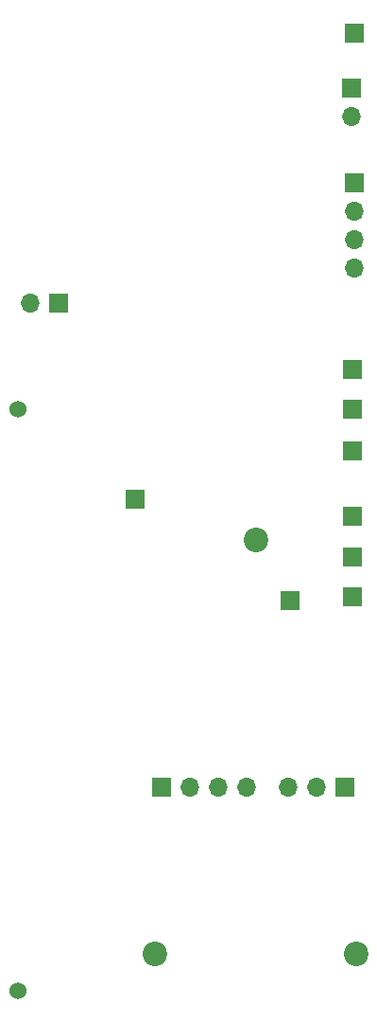
<source format=gbr>
%TF.GenerationSoftware,KiCad,Pcbnew,6.0.0-d3dd2cf0fa~116~ubuntu20.04.1*%
%TF.CreationDate,2022-02-22T07:52:52+01:00*%
%TF.ProjectId,ESP32_BAT,45535033-325f-4424-9154-2e6b69636164,rev?*%
%TF.SameCoordinates,Original*%
%TF.FileFunction,Soldermask,Bot*%
%TF.FilePolarity,Negative*%
%FSLAX46Y46*%
G04 Gerber Fmt 4.6, Leading zero omitted, Abs format (unit mm)*
G04 Created by KiCad (PCBNEW 6.0.0-d3dd2cf0fa~116~ubuntu20.04.1) date 2022-02-22 07:52:52*
%MOMM*%
%LPD*%
G01*
G04 APERTURE LIST*
%ADD10R,1.700000X1.700000*%
%ADD11O,1.700000X1.700000*%
%ADD12C,2.200000*%
%ADD13C,1.524000*%
G04 APERTURE END LIST*
D10*
%TO.C,J4*%
X59975000Y-61400000D03*
D11*
X57435000Y-61400000D03*
%TD*%
D12*
%TO.C,H1*%
X86600000Y-119600000D03*
%TD*%
D10*
%TO.C,TP1*%
X66800000Y-78900000D03*
%TD*%
%TO.C,TP4*%
X86400000Y-37300000D03*
%TD*%
%TO.C,TP3*%
X86300000Y-87700000D03*
%TD*%
%TO.C,TP7*%
X86300000Y-74600000D03*
%TD*%
%TO.C,J3*%
X85600000Y-104700000D03*
D11*
X83060000Y-104700000D03*
X80520000Y-104700000D03*
%TD*%
D10*
%TO.C,TP12*%
X80700000Y-88000000D03*
%TD*%
D12*
%TO.C,H2*%
X68600000Y-119600000D03*
%TD*%
D13*
%TO.C,BT1*%
X56254000Y-70900000D03*
X56254000Y-122900000D03*
%TD*%
D12*
%TO.C,H3*%
X77600000Y-82600000D03*
%TD*%
D10*
%TO.C,J1*%
X86400000Y-50700000D03*
D11*
X86400000Y-53240000D03*
X86400000Y-55780000D03*
X86400000Y-58320000D03*
%TD*%
D10*
%TO.C,TP6*%
X86300000Y-70900000D03*
%TD*%
%TO.C,TP5*%
X86300000Y-67300000D03*
%TD*%
%TO.C,TP13*%
X86300000Y-80500000D03*
%TD*%
%TO.C,TP2*%
X86300000Y-84100000D03*
%TD*%
%TO.C,J2*%
X86200000Y-42200000D03*
D11*
X86200000Y-44740000D03*
%TD*%
D10*
%TO.C,U3*%
X69160000Y-104700000D03*
D11*
X71700000Y-104700000D03*
X74240000Y-104700000D03*
X76780000Y-104700000D03*
%TD*%
M02*

</source>
